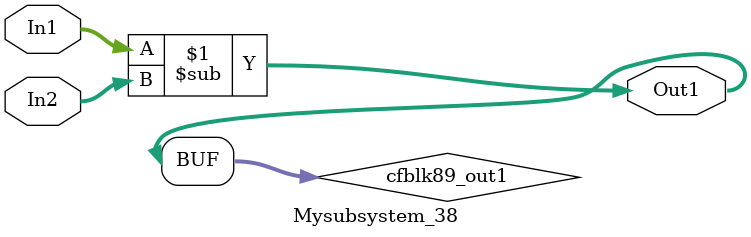
<source format=v>



`timescale 1 ns / 1 ns

module Mysubsystem_38
          (In1,
           In2,
           Out1);


  input   [7:0] In1;  // uint8
  input   [7:0] In2;  // uint8
  output  [7:0] Out1;  // uint8


  wire [7:0] cfblk89_out1;  // uint8


  assign cfblk89_out1 = In1 - In2;



  assign Out1 = cfblk89_out1;

endmodule  // Mysubsystem_38


</source>
